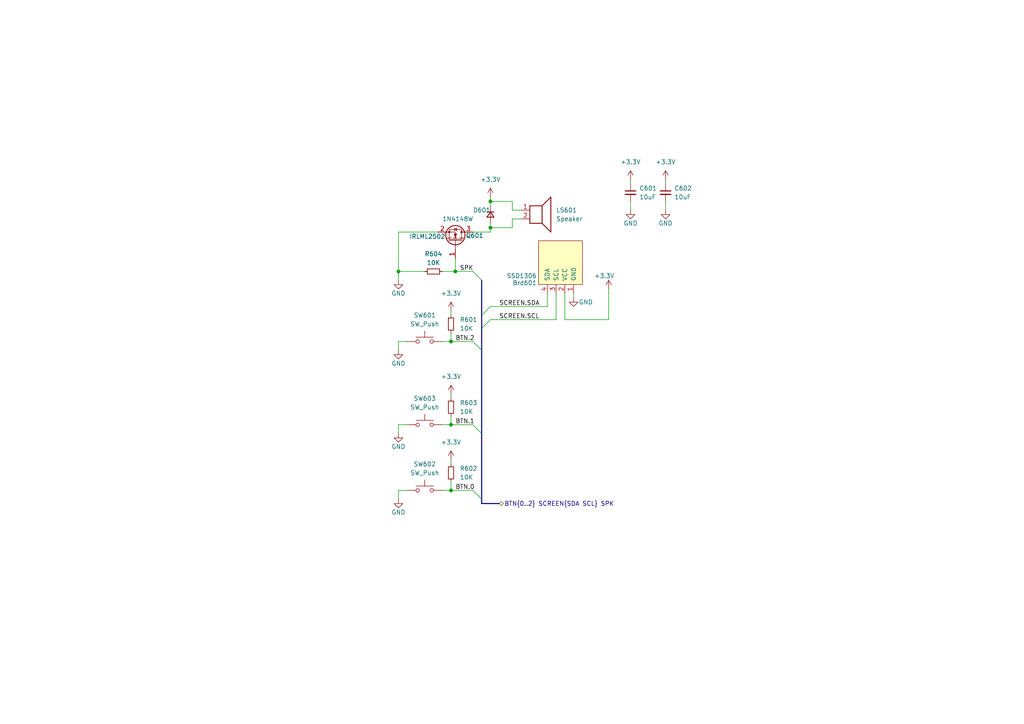
<source format=kicad_sch>
(kicad_sch (version 20231120) (generator "eeschema") (generator_version "8.0")
  (paper "A4")
  (lib_symbols
    (symbol "Device:C_Small" (pin_numbers hide) (pin_names (offset 0.254) hide)
      (property "Reference" "C" (at 0.254 1.778 0))
      (property "Value" "C_Small" (at 0.254 -2.032 0))
      (symbol "C_Small_0_1"
        (polyline (pts (xy -1.524 -0.508) (xy 1.524 -0.508)) (stroke (width 0.3302)))
        (polyline (pts (xy -1.524 0.508) (xy 1.524 0.508)) (stroke (width 0.3048)))
      )
      (symbol "C_Small_1_1"
        (pin passive line (at 0 2.54 270) (length 2.032) (name "~") (number "1"))
        (pin passive line (at 0 -2.54 90) (length 2.032) (name "~") (number "2"))
      )
    )
    (symbol "Device:D_Small" (pin_numbers hide) (pin_names (offset 0.254) hide)
      (property "Reference" "D" (at -1.27 2.032 0))
      (property "Value" "D_Small" (at -3.81 -2.032 0))
      (symbol "D_Small_0_1"
        (polyline (pts (xy -0.762 -1.016) (xy -0.762 1.016)) (stroke (width 0.254)))
        (polyline (pts (xy -0.762 0) (xy 0.762 0)))
        (polyline (pts (xy 0.762 -1.016) (xy -0.762 0) (xy 0.762 1.016) (xy 0.762 -1.016)) (stroke (width 0.254)))
      )
      (symbol "D_Small_1_1"
        (pin passive line (at -2.54 0 0) (length 1.778) (name "K") (number "1"))
        (pin passive line (at 2.54 0 180) (length 1.778) (name "A") (number "2"))
      )
    )
    (symbol "Device:R_Small" (pin_numbers hide) (pin_names (offset 0.254) hide)
      (property "Reference" "R" (at 0.762 0.508 0))
      (property "Value" "R_Small" (at 0.762 -1.016 0))
      (symbol "R_Small_0_1"
        (rectangle (start -0.762 1.778) (end 0.762 -1.778) (stroke (width 0.2032)))
      )
      (symbol "R_Small_1_1"
        (pin passive line (at 0 2.54 270) (length 0.762) (name "~") (number "1"))
        (pin passive line (at 0 -2.54 90) (length 0.762) (name "~") (number "2"))
      )
    )
    (symbol "Device:Speaker" (pin_names (offset 0) hide)
      (property "Reference" "LS" (at 1.27 5.715 0))
      (property "Value" "Speaker" (at 1.27 3.81 0))
      (symbol "Speaker_0_0"
        (rectangle (start -2.54 1.27) (end 1.016 -3.81) (stroke (width 0.254)))
        (polyline (pts (xy 1.016 1.27) (xy 3.556 3.81) (xy 3.556 -6.35) (xy 1.016 -3.81)) (stroke (width 0.254)))
      )
      (symbol "Speaker_1_1"
        (pin input line (at -5.08 0 0) (length 2.54) (name "1") (number "1"))
        (pin input line (at -5.08 -2.54 0) (length 2.54) (name "2") (number "2"))
      )
    )
    (symbol "SSD1306-128x64_OLED:SSD1306" (pin_names (offset 1.016))
      (property "Reference" "Brd" (at 0 -3.81 0))
      (property "Value" "SSD1306" (at 0 -1.27 0))
      (symbol "SSD1306_0_1"
        (rectangle (start -6.35 6.35) (end 6.35 -6.35) (fill (type background)))
      )
      (symbol "SSD1306_1_1"
        (pin input line (at -3.81 8.89 270) (length 2.54) (name "GND") (number "1"))
        (pin input line (at -1.27 8.89 270) (length 2.54) (name "VCC") (number "2"))
        (pin input line (at 1.27 8.89 270) (length 2.54) (name "SCL") (number "3"))
        (pin input line (at 3.81 8.89 270) (length 2.54) (name "SDA") (number "4"))
      )
    )
    (symbol "Switch:SW_Push" (pin_numbers hide) (pin_names (offset 1.016) hide)
      (property "Reference" "SW" (at 1.27 2.54 0))
      (property "Value" "SW_Push" (at 0 -1.524 0))
      (symbol "SW_Push_0_1"
        (circle (center -2.032 0) (radius 0.508))
        (polyline (pts (xy 0 1.27) (xy 0 3.048)))
        (polyline (pts (xy 2.54 1.27) (xy -2.54 1.27)))
        (circle (center 2.032 0) (radius 0.508))
        (pin passive line (at -5.08 0 0) (length 2.54) (name "1") (number "1"))
        (pin passive line (at 5.08 0 180) (length 2.54) (name "2") (number "2"))
      )
    )
    (symbol "Transistor_FET:IRLML2060" (pin_names hide)
      (property "Reference" "Q" (at 5.08 1.905 0))
      (property "Value" "IRLML2060" (at 5.08 0 0))
      (symbol "IRLML2060_0_1"
        (polyline (pts (xy 0.254 0) (xy -2.54 0)))
        (polyline (pts (xy 0.254 1.905) (xy 0.254 -1.905)) (stroke (width 0.254)))
        (polyline (pts (xy 0.762 -1.27) (xy 0.762 -2.286)) (stroke (width 0.254)))
        (polyline (pts (xy 0.762 0.508) (xy 0.762 -0.508)) (stroke (width 0.254)))
        (polyline (pts (xy 0.762 2.286) (xy 0.762 1.27)) (stroke (width 0.254)))
        (polyline (pts (xy 2.54 2.54) (xy 2.54 1.778)))
        (polyline (pts (xy 2.54 -2.54) (xy 2.54 0) (xy 0.762 0)))
        (polyline (pts (xy 0.762 -1.778) (xy 3.302 -1.778) (xy 3.302 1.778) (xy 0.762 1.778)))
        (polyline (pts (xy 1.016 0) (xy 2.032 0.381) (xy 2.032 -0.381) (xy 1.016 0)) (fill (type outline)))
        (polyline (pts (xy 2.794 0.508) (xy 2.921 0.381) (xy 3.683 0.381) (xy 3.81 0.254)))
        (polyline (pts (xy 3.302 0.381) (xy 2.921 -0.254) (xy 3.683 -0.254) (xy 3.302 0.381)))
        (circle (center 1.651 0) (radius 2.794) (stroke (width 0.254)))
        (circle (center 2.54 -1.778) (radius 0.254) (fill (type outline)))
        (circle (center 2.54 1.778) (radius 0.254) (fill (type outline)))
      )
      (symbol "IRLML2060_1_1"
        (pin input line (at -5.08 0 0) (length 2.54) (name "G") (number "1"))
        (pin passive line (at 2.54 -5.08 90) (length 2.54) (name "S") (number "2"))
        (pin passive line (at 2.54 5.08 270) (length 2.54) (name "D") (number "3"))
      )
    )
    (symbol "power:+3.3V" (power) (pin_names (offset 0))
      (property "Value" "+3.3V" (at 0 3.556 0))
      (symbol "+3.3V_0_1"
        (polyline (pts (xy -0.762 1.27) (xy 0 2.54)))
        (polyline (pts (xy 0 0) (xy 0 2.54)))
        (polyline (pts (xy 0 2.54) (xy 0.762 1.27)))
      )
      (symbol "+3.3V_1_1"
        (pin power_in line (at 0 0 90) (length 0) hide (name "+3.3V") (number "1"))
      )
    )
    (symbol "power:GND" (power) (pin_names (offset 0))
      (property "Value" "GND" (at 0 -3.81 0))
      (symbol "GND_0_1"
        (polyline (pts (xy 0 0) (xy 0 -1.27) (xy 1.27 -1.27) (xy 0 -2.54) (xy -1.27 -1.27) (xy 0 -1.27)))
      )
      (symbol "GND_1_1"
        (pin power_in line (at 0 0 270) (length 0) hide (name "GND") (number "1"))
      )
    )
  )
  (junction (at 130.81 142.24))
  (junction (at 115.57 78.74))
  (junction (at 142.24 66.04))
  (junction (at 132.08 78.74))
  (junction (at 130.81 99.06))
  (junction (at 130.81 123.19))
  (junction (at 142.24 58.42))
  (bus_entry (at 139.7 95.25) (size 2.54 -2.54))
  (bus_entry (at 137.16 142.24) (size 2.54 2.54))
  (bus_entry (at 137.16 78.74) (size 2.54 2.54))
  (bus_entry (at 139.7 91.44) (size 2.54 -2.54))
  (bus_entry (at 137.16 99.06) (size 2.54 2.54))
  (bus_entry (at 137.16 123.19) (size 2.54 2.54))
  (wire (pts (xy 115.57 123.19) (xy 115.57 125.73)))
  (wire (pts (xy 115.57 99.06) (xy 115.57 101.6)))
  (wire (pts (xy 182.88 58.42) (xy 182.88 60.96)))
  (wire (pts (xy 130.81 142.24) (xy 137.16 142.24)))
  (wire (pts (xy 176.53 83.82) (xy 176.53 92.71)))
  (bus (pts (xy 139.7 81.28) (xy 139.7 91.44)))
  (wire (pts (xy 132.08 74.93) (xy 132.08 78.74)))
  (wire (pts (xy 130.81 96.52) (xy 130.81 99.06)))
  (wire (pts (xy 142.24 92.71) (xy 161.29 92.71)))
  (wire (pts (xy 130.81 99.06) (xy 137.16 99.06)))
  (wire (pts (xy 132.08 78.74) (xy 137.16 78.74)))
  (wire (pts (xy 142.24 88.9) (xy 158.75 88.9)))
  (bus (pts (xy 139.7 101.6) (xy 139.7 125.73)))
  (wire (pts (xy 142.24 66.04) (xy 142.24 64.77)))
  (wire (pts (xy 137.16 67.31) (xy 142.24 67.31)))
  (wire (pts (xy 128.27 78.74) (xy 132.08 78.74)))
  (bus (pts (xy 139.7 146.05) (xy 144.78 146.05)))
  (bus (pts (xy 139.7 91.44) (xy 139.7 95.25)))
  (wire (pts (xy 115.57 78.74) (xy 123.19 78.74)))
  (wire (pts (xy 118.11 99.06) (xy 115.57 99.06)))
  (wire (pts (xy 148.59 63.5) (xy 148.59 66.04)))
  (wire (pts (xy 130.81 139.7) (xy 130.81 142.24)))
  (wire (pts (xy 176.53 92.71) (xy 163.83 92.71)))
  (wire (pts (xy 128.27 99.06) (xy 130.81 99.06)))
  (wire (pts (xy 148.59 58.42) (xy 142.24 58.42)))
  (wire (pts (xy 161.29 92.71) (xy 161.29 85.09)))
  (wire (pts (xy 130.81 114.3) (xy 130.81 115.57)))
  (wire (pts (xy 130.81 90.17) (xy 130.81 91.44)))
  (wire (pts (xy 130.81 133.35) (xy 130.81 134.62)))
  (wire (pts (xy 130.81 123.19) (xy 137.16 123.19)))
  (bus (pts (xy 139.7 95.25) (xy 139.7 101.6)))
  (wire (pts (xy 142.24 58.42) (xy 142.24 59.69)))
  (bus (pts (xy 139.7 125.73) (xy 139.7 144.78)))
  (wire (pts (xy 115.57 67.31) (xy 115.57 78.74)))
  (wire (pts (xy 142.24 57.15) (xy 142.24 58.42)))
  (wire (pts (xy 148.59 60.96) (xy 148.59 58.42)))
  (wire (pts (xy 163.83 92.71) (xy 163.83 85.09)))
  (wire (pts (xy 142.24 67.31) (xy 142.24 66.04)))
  (wire (pts (xy 158.75 85.09) (xy 158.75 88.9)))
  (wire (pts (xy 182.88 52.07) (xy 182.88 53.34)))
  (wire (pts (xy 151.13 63.5) (xy 148.59 63.5)))
  (wire (pts (xy 128.27 123.19) (xy 130.81 123.19)))
  (wire (pts (xy 118.11 123.19) (xy 115.57 123.19)))
  (wire (pts (xy 148.59 66.04) (xy 142.24 66.04)))
  (wire (pts (xy 130.81 120.65) (xy 130.81 123.19)))
  (wire (pts (xy 127 67.31) (xy 115.57 67.31)))
  (wire (pts (xy 115.57 81.28) (xy 115.57 78.74)))
  (wire (pts (xy 128.27 142.24) (xy 130.81 142.24)))
  (bus (pts (xy 139.7 144.78) (xy 139.7 146.05)))
  (wire (pts (xy 115.57 142.24) (xy 115.57 144.78)))
  (wire (pts (xy 193.04 52.07) (xy 193.04 53.34)))
  (wire (pts (xy 118.11 142.24) (xy 115.57 142.24)))
  (wire (pts (xy 166.37 85.09) (xy 166.37 86.36)))
  (wire (pts (xy 193.04 58.42) (xy 193.04 60.96)))
  (wire (pts (xy 151.13 60.96) (xy 148.59 60.96)))
  (label "SCREEN.SDA" (at 144.78 88.9 0))
  (label "BTN.1" (at 132.08 123.19 0))
  (label "BTN.0" (at 132.08 142.24 0))
  (label "SPK" (at 133.35 78.74 0))
  (label "SCREEN.SCL" (at 144.78 92.71 0))
  (label "BTN.2" (at 132.08 99.06 0))
  (hierarchical_label "BTN{0..2} SCREEN{SDA SCL} SPK" (shape bidirectional) (at 144.78 146.05 0))
  (symbol (lib_id "Device:C_Small") (at 193.04 55.88 0) (unit 1)
    (property "Reference" "C602" (at 195.58 54.61 0) (effects (justify left)))
    (property "Value" "10uF" (at 195.58 57.15 0) (effects (justify left)))
    (property "Footprint" "Resistor_SMD:R_0603_1608Metric" (effects (hide yes)))
    (property "LCSC" "C19702" (effects (hide yes)))
  )
  (symbol (lib_id "power:GND") (at 182.88 60.96 0) (unit 1)
    (property "Reference" "#PWR0613" (effects (hide yes)))
    (property "Value" "GND" (at 182.88 64.77 0))
  )
  (symbol (lib_id "power:+3.3V") (at 182.88 52.07 0) (unit 1)
    (property "Reference" "#PWR0610" (effects (hide yes)))
    (property "Value" "+3.3V" (at 182.88 46.99 0))
  )
  (symbol (lib_id "Device:C_Small") (at 182.88 55.88 0) (unit 1)
    (property "Reference" "C601" (at 185.42 54.61 0) (effects (justify left)))
    (property "Value" "10uF" (at 185.42 57.15 0) (effects (justify left)))
    (property "Footprint" "Resistor_SMD:R_0603_1608Metric" (effects (hide yes)))
    (property "LCSC" "C19702" (effects (hide yes)))
  )
  (symbol (lib_id "power:+3.3V") (at 176.53 83.82 0) (unit 1)
    (property "Reference" "#PWR0609" (effects (hide yes)))
    (property "Value" "+3.3V" (at 175.26 80.01 0))
  )
  (symbol (lib_id "power:+3.3V") (at 193.04 52.07 0) (unit 1)
    (property "Reference" "#PWR0611" (effects (hide yes)))
    (property "Value" "+3.3V" (at 193.04 46.99 0))
  )
  (symbol (lib_id "Device:D_Small") (at 142.24 62.23 270) (unit 1)
    (property "Reference" "D601" (at 137.16 60.96 90) (effects (justify left)))
    (property "Value" "1N4148W" (at 128.27 63.5 90) (effects (justify left)))
    (property "Footprint" "Diode_SMD:D_SOD-123" (effects (hide yes)))
    (property "Sim.Device" "D" (effects (hide yes)))
    (property "Sim.Pins" "1=K 2=A" (effects (hide yes)))
    (property "LCSC" "C81598" (effects (hide yes)))
  )
  (symbol (lib_id "Switch:SW_Push") (at 123.19 123.19 0) (unit 1) (in_bom no)
    (property "Reference" "SW603" (at 123.19 115.57 0))
    (property "Value" "SW_Push" (at 123.19 118.11 0))
    (property "Footprint" "silicone_btn:BUTTON_SILICON" (effects (hide yes)))
  )
  (symbol (lib_id "Switch:SW_Push") (at 123.19 99.06 0) (unit 1) (in_bom no)
    (property "Reference" "SW601" (at 123.19 91.44 0))
    (property "Value" "SW_Push" (at 123.19 93.98 0))
    (property "Footprint" "silicone_btn:BUTTON_SILICON" (effects (hide yes)))
  )
  (symbol (lib_id "Device:R_Small") (at 125.73 78.74 90) (unit 1)
    (property "Reference" "R604" (at 125.73 73.66 90))
    (property "Value" "10K" (at 125.73 76.2 90))
    (property "Footprint" "Resistor_SMD:R_0603_1608Metric" (effects (hide yes)))
    (property "LCSC" "C25804" (effects (hide yes)))
  )
  (symbol (lib_id "Device:R_Small") (at 130.81 118.11 180) (unit 1)
    (property "Reference" "R603" (at 133.35 116.84 0) (effects (justify right)))
    (property "Value" "10K" (at 133.35 119.38 0) (effects (justify right)))
    (property "Footprint" "Resistor_SMD:R_0603_1608Metric" (effects (hide yes)))
    (property "LCSC" "C25804" (effects (hide yes)))
  )
  (symbol (lib_id "power:GND") (at 115.57 101.6 0) (unit 1)
    (property "Reference" "#PWR0603" (effects (hide yes)))
    (property "Value" "GND" (at 115.57 105.41 0))
  )
  (symbol (lib_id "Transistor_FET:IRLML2060") (at 132.08 69.85 270) (mirror x) (unit 1)
    (property "Reference" "Q601" (at 137.668 68.326 90))
    (property "Value" "IRLML2502" (at 123.952 68.58 90))
    (property "Footprint" "Package_TO_SOT_SMD:SOT-23" (effects (hide yes)))
    (property "Datasheet" "https://www.infineon.com/dgdl/irlml2060pbf.pdf?fileId=5546d462533600a401535664b7fb25ee" (effects (hide yes)))
    (property "LCSC" "C2589" (effects (hide yes)))
  )
  (symbol (lib_id "power:GND") (at 115.57 125.73 0) (unit 1)
    (property "Reference" "#PWR0606" (effects (hide yes)))
    (property "Value" "GND" (at 115.57 129.54 0))
  )
  (symbol (lib_id "Device:Speaker") (at 156.21 60.96 0) (unit 1) (in_bom no)
    (property "Reference" "LS601" (at 161.29 60.96 0) (effects (justify left)))
    (property "Value" "Speaker" (at 161.29 63.5 0) (effects (justify left)))
    (property "Footprint" "Library:PassiveBuzzerSMD_JiangsuHuaneng_MLT-5030" (effects (hide yes)))
  )
  (symbol (lib_id "power:+3.3V") (at 130.81 114.3 0) (unit 1)
    (property "Reference" "#PWR0605" (effects (hide yes)))
    (property "Value" "+3.3V" (at 130.81 109.22 0))
  )
  (symbol (lib_id "SSD1306-128x64_OLED:SSD1306") (at 162.56 76.2 180) (unit 1) (in_bom no)
    (property "Reference" "Brd601" (at 155.702 82.042 0) (effects (justify left)))
    (property "Value" "SSD1306" (at 155.702 80.01 0) (effects (justify left)))
    (property "Footprint" "SSD1306:128x64OLED" (effects (hide yes)))
  )
  (symbol (lib_id "power:+3.3V") (at 142.24 57.15 0) (unit 1)
    (property "Reference" "#PWR0607" (effects (hide yes)))
    (property "Value" "+3.3V" (at 142.24 52.07 0))
  )
  (symbol (lib_id "Device:R_Small") (at 130.81 137.16 180) (unit 1)
    (property "Reference" "R602" (at 133.35 135.89 0) (effects (justify right)))
    (property "Value" "10K" (at 133.35 138.43 0) (effects (justify right)))
    (property "Footprint" "Resistor_SMD:R_0603_1608Metric" (effects (hide yes)))
    (property "LCSC" "C25804" (effects (hide yes)))
  )
  (symbol (lib_id "power:+3.3V") (at 130.81 133.35 0) (unit 1)
    (property "Reference" "#PWR0602" (effects (hide yes)))
    (property "Value" "+3.3V" (at 130.81 128.27 0))
  )
  (symbol (lib_id "power:GND") (at 115.57 81.28 0) (unit 1)
    (property "Reference" "#PWR0608" (effects (hide yes)))
    (property "Value" "GND" (at 115.57 85.09 0))
  )
  (symbol (lib_id "power:GND") (at 115.57 144.78 0) (unit 1)
    (property "Reference" "#PWR0604" (effects (hide yes)))
    (property "Value" "GND" (at 115.57 148.59 0))
  )
  (symbol (lib_id "Switch:SW_Push") (at 123.19 142.24 0) (unit 1) (in_bom no)
    (property "Reference" "SW602" (at 123.19 134.62 0))
    (property "Value" "SW_Push" (at 123.19 137.16 0))
    (property "Footprint" "silicone_btn:BUTTON_SILICON" (effects (hide yes)))
  )
  (symbol (lib_id "power:GND") (at 166.37 86.36 0) (unit 1)
    (property "Reference" "#PWR0612" (effects (hide yes)))
    (property "Value" "GND" (at 169.926 87.63 0))
  )
  (symbol (lib_id "power:GND") (at 193.04 60.96 0) (unit 1)
    (property "Reference" "#PWR0614" (effects (hide yes)))
    (property "Value" "GND" (at 193.04 64.77 0))
  )
  (symbol (lib_id "Device:R_Small") (at 130.81 93.98 180) (unit 1)
    (property "Reference" "R601" (at 133.35 92.71 0) (effects (justify right)))
    (property "Value" "10K" (at 133.35 95.25 0) (effects (justify right)))
    (property "Footprint" "Resistor_SMD:R_0603_1608Metric" (effects (hide yes)))
    (property "LCSC" "C25804" (effects (hide yes)))
  )
  (symbol (lib_id "power:+3.3V") (at 130.81 90.17 0) (unit 1)
    (property "Reference" "#PWR0601" (effects (hide yes)))
    (property "Value" "+3.3V" (at 130.81 85.09 0))
  )
)
</source>
